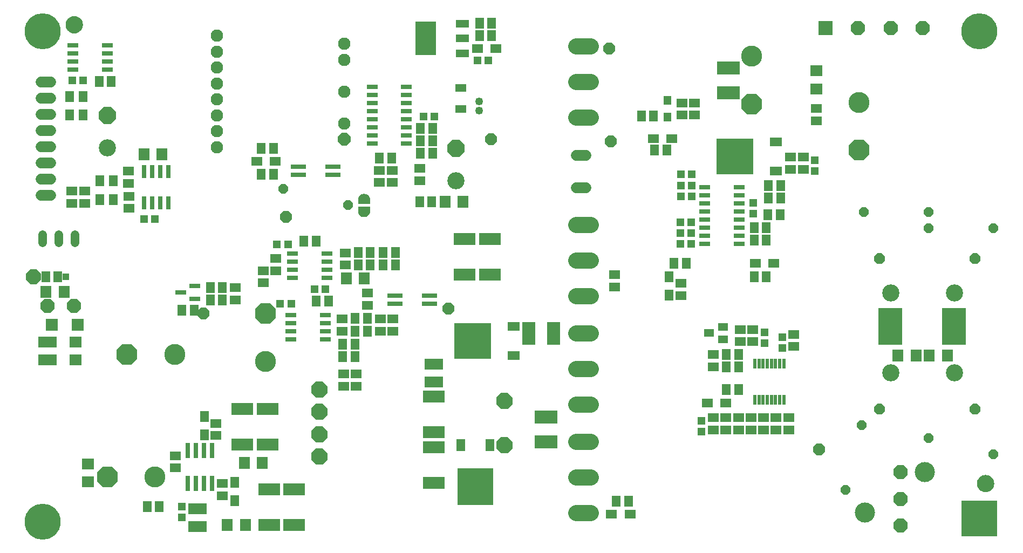
<source format=gbs>
G75*
G70*
%OFA0B0*%
%FSLAX24Y24*%
%IPPOS*%
%LPD*%
%AMOC8*
5,1,8,0,0,1.08239X$1,22.5*
%
%ADD10C,0.1060*%
%ADD11OC8,0.0660*%
%ADD12R,0.0690X0.0770*%
%ADD13OC8,0.0887*%
%ADD14C,0.1241*%
%ADD15OC8,0.0600*%
%ADD16R,0.1496X0.2283*%
%ADD17R,0.0887X0.0887*%
%ADD18C,0.0050*%
%ADD19R,0.0200X0.0620*%
%ADD20R,0.0454X0.0493*%
%ADD21R,0.0651X0.0572*%
%ADD22R,0.2304X0.2225*%
%ADD23R,0.0729X0.0572*%
%ADD24R,0.0493X0.0454*%
%ADD25C,0.0990*%
%ADD26R,0.0572X0.0651*%
%ADD27R,0.0651X0.0532*%
%ADD28C,0.0660*%
%ADD29R,0.1320X0.0769*%
%ADD30R,0.0770X0.0690*%
%ADD31R,0.2225X0.2304*%
%ADD32R,0.0572X0.0729*%
%ADD33R,0.0670X0.0300*%
%ADD34R,0.0532X0.0651*%
%ADD35R,0.0808X0.1399*%
%ADD36R,0.0690X0.0769*%
%ADD37R,0.0769X0.0690*%
%ADD38R,0.1123X0.0690*%
%ADD39R,0.0926X0.0296*%
%ADD40C,0.1296*%
%ADD41OC8,0.1296*%
%ADD42R,0.1399X0.0808*%
%ADD43OC8,0.0920*%
%ADD44R,0.0414X0.0414*%
%ADD45OC8,0.0710*%
%ADD46R,0.0670X0.0296*%
%ADD47R,0.0280X0.0840*%
%ADD48R,0.0810X0.0510*%
%ADD49R,0.1310X0.2060*%
%ADD50OC8,0.1060*%
%ADD51C,0.0769*%
%ADD52OC8,0.0769*%
%ADD53R,0.0651X0.0454*%
%ADD54OC8,0.0990*%
%ADD55R,0.0611X0.0454*%
%ADD56R,0.0454X0.0532*%
%ADD57C,0.0010*%
%ADD58R,0.0296X0.0926*%
%ADD59C,0.0540*%
%ADD60R,0.0660X0.0280*%
%ADD61R,0.0769X0.0729*%
%ADD62C,0.0493*%
%ADD63R,0.2225X0.2225*%
%ADD64C,0.2225*%
D10*
X029462Y024125D03*
X007937Y026175D03*
X056319Y017186D03*
X060256Y017186D03*
X060256Y012264D03*
X056319Y012264D03*
D11*
X055612Y010050D03*
X061512Y010050D03*
X061512Y019350D03*
X055612Y019350D03*
D12*
X056753Y013350D03*
X057872Y013350D03*
X058703Y013350D03*
X059822Y013350D03*
X029897Y022825D03*
X028778Y022825D03*
D13*
X005864Y016400D03*
X004211Y016400D03*
X054285Y033567D03*
X056335Y033567D03*
X058285Y033567D03*
X056912Y006129D03*
X056912Y004475D03*
X056912Y002821D03*
D14*
X054727Y003648D03*
X058428Y006129D03*
D15*
X058662Y008225D03*
X062662Y007225D03*
X054512Y009025D03*
X053512Y005025D03*
X058662Y021200D03*
X058662Y022200D03*
X062662Y021200D03*
X054662Y022200D03*
X022787Y022625D03*
X018787Y023625D03*
D16*
X056287Y015150D03*
X060237Y015150D03*
D17*
X052285Y033567D03*
D18*
X006374Y033771D02*
X006367Y033684D01*
X006344Y033600D01*
X006307Y033521D01*
X006257Y033449D01*
X006196Y033388D01*
X006124Y033338D01*
X006045Y033301D01*
X005961Y033278D01*
X005874Y033271D01*
X005787Y033278D01*
X005703Y033301D01*
X005624Y033338D01*
X005553Y033388D01*
X005491Y033449D01*
X005441Y033521D01*
X005404Y033600D01*
X005382Y033684D01*
X005374Y033771D01*
X005382Y033858D01*
X005404Y033942D01*
X005441Y034021D01*
X005491Y034092D01*
X005553Y034154D01*
X005624Y034204D01*
X005703Y034241D01*
X005787Y034263D01*
X005874Y034271D01*
X005961Y034263D01*
X006045Y034241D01*
X006124Y034204D01*
X006196Y034154D01*
X006257Y034092D01*
X006307Y034021D01*
X006344Y033942D01*
X006367Y033858D01*
X006374Y033771D01*
X006374Y033777D02*
X005375Y033777D01*
X005378Y033729D02*
X006371Y033729D01*
X006366Y033680D02*
X005383Y033680D01*
X005396Y033632D02*
X006353Y033632D01*
X006336Y033583D02*
X005412Y033583D01*
X005435Y033535D02*
X006314Y033535D01*
X006283Y033486D02*
X005466Y033486D01*
X005503Y033438D02*
X006245Y033438D01*
X006197Y033389D02*
X005552Y033389D01*
X005620Y033341D02*
X006128Y033341D01*
X006012Y033292D02*
X005736Y033292D01*
X005379Y033826D02*
X006369Y033826D01*
X006362Y033874D02*
X005386Y033874D01*
X005399Y033923D02*
X006349Y033923D01*
X006330Y033971D02*
X005418Y033971D01*
X005441Y034020D02*
X006308Y034020D01*
X006274Y034068D02*
X005474Y034068D01*
X005516Y034117D02*
X006233Y034117D01*
X006180Y034165D02*
X005569Y034165D01*
X005645Y034214D02*
X006103Y034214D01*
X005965Y034262D02*
X005783Y034262D01*
X061740Y005674D02*
X061790Y005746D01*
X061852Y005807D01*
X061923Y005857D01*
X062002Y005894D01*
X062087Y005917D01*
X062173Y005924D01*
X062260Y005917D01*
X062345Y005894D01*
X062423Y005857D01*
X062495Y005807D01*
X062557Y005746D01*
X062607Y005674D01*
X062643Y005595D01*
X062666Y005511D01*
X062673Y005424D01*
X062666Y005338D01*
X062643Y005253D01*
X062607Y005174D01*
X062557Y005103D01*
X062495Y005041D01*
X062423Y004991D01*
X062345Y004955D01*
X062260Y004932D01*
X062173Y004924D01*
X062087Y004932D01*
X062002Y004955D01*
X061923Y004991D01*
X061852Y005041D01*
X061790Y005103D01*
X061740Y005174D01*
X061704Y005253D01*
X061681Y005338D01*
X061673Y005424D01*
X061681Y005511D01*
X061704Y005595D01*
X061740Y005674D01*
X061755Y005696D02*
X062592Y005696D01*
X062619Y005647D02*
X061728Y005647D01*
X061705Y005599D02*
X062642Y005599D01*
X062655Y005550D02*
X061691Y005550D01*
X061680Y005502D02*
X062667Y005502D01*
X062671Y005453D02*
X061676Y005453D01*
X061675Y005405D02*
X062672Y005405D01*
X062668Y005356D02*
X061679Y005356D01*
X061689Y005308D02*
X062658Y005308D01*
X062645Y005259D02*
X061702Y005259D01*
X061724Y005211D02*
X062623Y005211D01*
X062598Y005162D02*
X061749Y005162D01*
X061783Y005114D02*
X062564Y005114D01*
X062519Y005065D02*
X061828Y005065D01*
X061888Y005017D02*
X062459Y005017D01*
X062373Y004968D02*
X061974Y004968D01*
X061789Y005744D02*
X062558Y005744D01*
X062510Y005793D02*
X061837Y005793D01*
X061900Y005841D02*
X062447Y005841D01*
X062355Y005890D02*
X061992Y005890D01*
D19*
X049708Y010605D03*
X049452Y010605D03*
X049196Y010605D03*
X048940Y010605D03*
X048685Y010605D03*
X048429Y010605D03*
X048173Y010605D03*
X047917Y010605D03*
X047917Y012845D03*
X048173Y012845D03*
X048429Y012845D03*
X048685Y012845D03*
X048940Y012845D03*
X049196Y012845D03*
X049452Y012845D03*
X049708Y012845D03*
D20*
X049612Y013790D03*
X049612Y014460D03*
X048512Y014760D03*
X048512Y014090D03*
X044637Y009310D03*
X044637Y008640D03*
X047812Y022115D03*
X047812Y022785D03*
X051637Y024740D03*
X051637Y025410D03*
X012512Y004010D03*
X012512Y003340D03*
D21*
X015012Y004676D03*
X015012Y005424D03*
X012137Y006401D03*
X012137Y007149D03*
X014637Y008401D03*
X014637Y009149D03*
X022512Y011451D03*
X023287Y011451D03*
X023287Y012199D03*
X022512Y012199D03*
X022437Y014851D03*
X022437Y015599D03*
X023987Y016451D03*
X023987Y017199D03*
X024787Y015599D03*
X025562Y015599D03*
X025562Y014851D03*
X024787Y014851D03*
X018337Y018576D03*
X017562Y018574D03*
X017562Y017826D03*
X015837Y017524D03*
X015837Y016776D03*
X018337Y019324D03*
X022637Y019674D03*
X022637Y018926D03*
X024737Y024026D03*
X025512Y024026D03*
X025512Y024774D03*
X024737Y024774D03*
X027212Y024899D03*
X027212Y024151D03*
X039262Y018324D03*
X039262Y017576D03*
X043362Y017799D03*
X043362Y017051D03*
X047012Y014949D03*
X047787Y014949D03*
X047787Y014201D03*
X047012Y014201D03*
X045362Y013399D03*
X045362Y012651D03*
X050337Y013901D03*
X050337Y014649D03*
X050012Y009499D03*
X050012Y008751D03*
X049237Y008751D03*
X049237Y009499D03*
X048462Y009499D03*
X048462Y008751D03*
X047687Y008751D03*
X047687Y009499D03*
X046912Y009499D03*
X046912Y008751D03*
X046137Y008751D03*
X046137Y009499D03*
X045362Y009499D03*
X045362Y008751D03*
X050137Y024851D03*
X050912Y024851D03*
X050912Y025599D03*
X050137Y025599D03*
X051737Y027851D03*
X051737Y028599D03*
X044187Y028949D03*
X043412Y028949D03*
X043412Y028201D03*
X044187Y028201D03*
X009237Y024724D03*
X009237Y023976D03*
X009262Y023174D03*
X009262Y022426D03*
X006512Y022751D03*
X005737Y022751D03*
X005737Y023499D03*
X006512Y023499D03*
D22*
X030488Y014250D03*
X046688Y025650D03*
D23*
X049224Y024750D03*
X049224Y026550D03*
X033024Y015150D03*
X033024Y013350D03*
D24*
X021397Y017425D03*
X020728Y017425D03*
X019272Y016525D03*
X018603Y016525D03*
X018403Y020200D03*
X019072Y020200D03*
X010847Y021775D03*
X010178Y021775D03*
X006422Y030325D03*
X005753Y030325D03*
X027453Y028100D03*
X028122Y028100D03*
X030778Y031575D03*
X031447Y031575D03*
X043353Y024525D03*
X044022Y024525D03*
X044022Y023850D03*
X043353Y023850D03*
X043353Y023175D03*
X044022Y023175D03*
X043997Y021575D03*
X043328Y021575D03*
X043328Y020900D03*
X043997Y020900D03*
X043997Y020225D03*
X043328Y020225D03*
D25*
X037804Y019204D02*
X036874Y019204D01*
X036874Y021404D02*
X037804Y021404D01*
X037804Y017004D02*
X036874Y017004D01*
X036874Y014711D02*
X037804Y014711D01*
X037804Y012511D02*
X036874Y012511D01*
X036874Y010311D02*
X037804Y010311D01*
X037804Y008018D02*
X036874Y008018D01*
X036874Y005818D02*
X037804Y005818D01*
X037804Y003618D02*
X036874Y003618D01*
X036874Y028028D02*
X037804Y028028D01*
X037804Y030228D02*
X036874Y030228D01*
X036874Y032428D02*
X037804Y032428D01*
D26*
X031661Y033100D03*
X030913Y033100D03*
X030913Y033875D03*
X031661Y033875D03*
X040913Y028125D03*
X041661Y028125D03*
X041738Y026025D03*
X042486Y026025D03*
X048763Y023850D03*
X049511Y023850D03*
X049511Y023075D03*
X048763Y023075D03*
X048738Y022025D03*
X049486Y022025D03*
X048636Y021250D03*
X047888Y021250D03*
X047888Y020475D03*
X048636Y020475D03*
X048636Y018200D03*
X047888Y018200D03*
X043686Y019050D03*
X042938Y019050D03*
X046163Y013400D03*
X046911Y013400D03*
X046911Y012625D03*
X046163Y012625D03*
X046163Y011250D03*
X046911Y011250D03*
X040111Y004350D03*
X039363Y004350D03*
X023211Y013275D03*
X022463Y013275D03*
X022463Y014050D03*
X023211Y014050D03*
X023238Y014825D03*
X023986Y014825D03*
X023986Y015625D03*
X023238Y015625D03*
X021586Y016700D03*
X020838Y016700D03*
X023413Y018925D03*
X024161Y018925D03*
X024963Y018925D03*
X025711Y018925D03*
X025711Y019700D03*
X024963Y019700D03*
X024161Y019700D03*
X023413Y019700D03*
X020811Y020400D03*
X020063Y020400D03*
X015036Y017550D03*
X014288Y017550D03*
X014288Y016775D03*
X015036Y016775D03*
X013286Y016150D03*
X012538Y016150D03*
X004861Y018200D03*
X004113Y018200D03*
X017438Y024550D03*
X018186Y024550D03*
X018186Y026125D03*
X017438Y026125D03*
X024738Y025550D03*
X025486Y025550D03*
X027263Y025825D03*
X028011Y025825D03*
X028011Y026600D03*
X027263Y026600D03*
X027263Y027375D03*
X028011Y027375D03*
X027961Y022850D03*
X027213Y022850D03*
X008161Y030275D03*
X007413Y030275D03*
X010388Y004000D03*
X011136Y004000D03*
D27*
X039067Y003525D03*
X040208Y003525D03*
X044992Y010400D03*
X046133Y010400D03*
X047942Y019025D03*
X049083Y019025D03*
X042783Y026750D03*
X041642Y026750D03*
X031933Y032300D03*
X030792Y032300D03*
X018283Y025325D03*
X017142Y025325D03*
D28*
X004437Y025225D02*
X003837Y025225D01*
X003837Y026225D02*
X004437Y026225D01*
X004437Y027225D02*
X003837Y027225D01*
X003837Y028225D02*
X004437Y028225D01*
X004437Y029225D02*
X003837Y029225D01*
X003837Y030225D02*
X004437Y030225D01*
X004437Y024225D02*
X003837Y024225D01*
X003837Y023225D02*
X004437Y023225D01*
X036889Y023716D02*
X037489Y023716D01*
X037489Y025716D02*
X036889Y025716D01*
D29*
X031562Y020527D03*
X029987Y020527D03*
X029987Y018323D03*
X031562Y018323D03*
X028087Y010802D03*
X028087Y008598D03*
X028087Y007677D03*
X028087Y005473D03*
X019462Y005077D03*
X017912Y005077D03*
X017912Y002873D03*
X019462Y002873D03*
X017812Y007848D03*
X016262Y007848D03*
X016262Y010052D03*
X017812Y010052D03*
D30*
X051737Y029815D03*
X051737Y030935D03*
D31*
X030662Y005251D03*
D32*
X029763Y007786D03*
X031562Y007786D03*
D33*
X044827Y020225D03*
X044827Y020725D03*
X044827Y021225D03*
X044827Y021725D03*
X044827Y022225D03*
X044827Y022725D03*
X044827Y023225D03*
X044827Y023725D03*
X046947Y023725D03*
X046947Y023225D03*
X046947Y022725D03*
X046947Y022225D03*
X046947Y021725D03*
X046947Y021225D03*
X046947Y020725D03*
X046947Y020225D03*
X026397Y026425D03*
X026397Y026925D03*
X026397Y027425D03*
X026397Y027925D03*
X026397Y028425D03*
X026397Y028925D03*
X026397Y029425D03*
X026397Y029925D03*
X024277Y029925D03*
X024277Y029425D03*
X024277Y028925D03*
X024277Y028425D03*
X024277Y027925D03*
X024277Y027425D03*
X024277Y026925D03*
X024277Y026425D03*
D34*
X008287Y024121D03*
X007462Y024121D03*
X007462Y022979D03*
X008287Y022979D03*
X006437Y028204D03*
X005587Y028204D03*
X005587Y029346D03*
X006437Y029346D03*
X013912Y009571D03*
X013912Y008429D03*
X015787Y005496D03*
X015787Y004354D03*
X042612Y017054D03*
X042612Y018196D03*
D35*
X035480Y014700D03*
X033945Y014700D03*
D36*
X023789Y018100D03*
X022686Y018100D03*
X011289Y025775D03*
X010186Y025775D03*
X005239Y017275D03*
X004136Y017275D03*
X016386Y006700D03*
X017489Y006700D03*
X016439Y002875D03*
X015336Y002875D03*
D37*
X006737Y005549D03*
X006737Y006651D03*
X005962Y013074D03*
X005962Y014176D03*
D38*
X004237Y014176D03*
X004237Y013074D03*
X013487Y003876D03*
X013487Y002774D03*
X028087Y011699D03*
X028087Y012801D03*
D39*
X027825Y016525D03*
X027825Y017025D03*
X025699Y017025D03*
X025699Y016525D03*
X021850Y024500D03*
X021850Y025000D03*
X019724Y025000D03*
X019724Y024500D03*
D40*
X012089Y013400D03*
X017687Y012974D03*
X010864Y005850D03*
X054362Y028976D03*
X047737Y031826D03*
D41*
X047737Y028874D03*
X054362Y026024D03*
X017687Y015926D03*
X009136Y013400D03*
X007911Y005850D03*
D42*
X035012Y008007D03*
X035012Y009543D03*
X046287Y029582D03*
X046287Y031118D03*
D43*
X003362Y018200D03*
D44*
X005362Y018200D03*
D45*
X013862Y015950D03*
X018962Y021900D03*
X028987Y016250D03*
X039012Y026575D03*
X031612Y026700D03*
X038912Y032300D03*
X051887Y007525D03*
D46*
X021375Y014348D03*
X021375Y014848D03*
X021375Y015348D03*
X021375Y015848D03*
X019249Y015848D03*
X019249Y015348D03*
X019249Y014848D03*
X019249Y014348D03*
X019349Y018123D03*
X019349Y018623D03*
X019349Y019123D03*
X019349Y019623D03*
X021475Y019623D03*
X021475Y019123D03*
X021475Y018623D03*
X021475Y018123D03*
X007925Y031002D03*
X007925Y031502D03*
X007925Y032002D03*
X007925Y032502D03*
X005799Y032502D03*
X005799Y032002D03*
X005799Y031502D03*
X005799Y031002D03*
D47*
X010187Y024695D03*
X010687Y024695D03*
X011187Y024695D03*
X011687Y024695D03*
X011687Y022755D03*
X011187Y022755D03*
X010687Y022755D03*
X010187Y022755D03*
D48*
X029847Y032015D03*
X029847Y032925D03*
X029847Y033835D03*
D49*
X027577Y032925D03*
D50*
X029462Y026125D03*
X007937Y028175D03*
D51*
X014675Y028174D03*
X014675Y027189D03*
X014675Y026205D03*
X014675Y029158D03*
X014675Y030142D03*
X014675Y031126D03*
X014675Y032111D03*
X014675Y033095D03*
X022549Y032603D03*
X022549Y031619D03*
X022549Y029650D03*
X022549Y027681D03*
D52*
X022549Y026697D03*
D53*
X029762Y028585D03*
X029762Y029865D03*
D54*
X021032Y011231D03*
X021032Y009854D03*
X021032Y008476D03*
X021032Y007098D03*
X032449Y007787D03*
X032449Y010543D03*
D55*
X045079Y014725D03*
X045946Y014351D03*
X045946Y015099D03*
D56*
X042512Y028063D03*
X042512Y029087D03*
D57*
X024086Y023109D02*
X024106Y023043D01*
X024112Y022975D01*
X024112Y022725D01*
X023412Y022725D01*
X023412Y022975D01*
X023419Y023043D01*
X023439Y023109D01*
X023471Y023169D01*
X023515Y023222D01*
X023568Y023266D01*
X023629Y023298D01*
X023694Y023318D01*
X023762Y023325D01*
X023831Y023318D01*
X023896Y023298D01*
X023957Y023266D01*
X024010Y023222D01*
X024053Y023169D01*
X024086Y023109D01*
X024087Y023107D02*
X023438Y023107D01*
X023436Y023098D02*
X024089Y023098D01*
X024092Y023090D02*
X023433Y023090D01*
X023431Y023081D02*
X024094Y023081D01*
X024097Y023073D02*
X023428Y023073D01*
X023426Y023064D02*
X024099Y023064D01*
X024102Y023056D02*
X023423Y023056D01*
X023420Y023047D02*
X024105Y023047D01*
X024106Y023039D02*
X023419Y023039D01*
X023418Y023030D02*
X024107Y023030D01*
X024108Y023022D02*
X023417Y023022D01*
X023416Y023013D02*
X024109Y023013D01*
X024110Y023005D02*
X023415Y023005D01*
X023415Y022996D02*
X024110Y022996D01*
X024111Y022988D02*
X023414Y022988D01*
X023413Y022979D02*
X024112Y022979D01*
X024112Y022971D02*
X023412Y022971D01*
X023412Y022962D02*
X024112Y022962D01*
X024112Y022954D02*
X023412Y022954D01*
X023412Y022945D02*
X024112Y022945D01*
X024112Y022937D02*
X023412Y022937D01*
X023412Y022928D02*
X024112Y022928D01*
X024112Y022920D02*
X023412Y022920D01*
X023412Y022911D02*
X024112Y022911D01*
X024112Y022903D02*
X023412Y022903D01*
X023412Y022894D02*
X024112Y022894D01*
X024112Y022886D02*
X023412Y022886D01*
X023412Y022877D02*
X024112Y022877D01*
X024112Y022869D02*
X023412Y022869D01*
X023412Y022860D02*
X024112Y022860D01*
X024112Y022852D02*
X023412Y022852D01*
X023412Y022843D02*
X024112Y022843D01*
X024112Y022835D02*
X023412Y022835D01*
X023412Y022826D02*
X024112Y022826D01*
X024112Y022818D02*
X023412Y022818D01*
X023412Y022809D02*
X024112Y022809D01*
X024112Y022801D02*
X023412Y022801D01*
X023412Y022792D02*
X024112Y022792D01*
X024112Y022784D02*
X023412Y022784D01*
X023412Y022775D02*
X024112Y022775D01*
X024112Y022767D02*
X023412Y022767D01*
X023412Y022758D02*
X024112Y022758D01*
X024112Y022750D02*
X023412Y022750D01*
X023412Y022741D02*
X024112Y022741D01*
X024112Y022733D02*
X023412Y022733D01*
X023412Y022525D02*
X024112Y022525D01*
X024112Y022275D01*
X024106Y022207D01*
X024086Y022141D01*
X024053Y022081D01*
X024010Y022028D01*
X023957Y021984D01*
X023896Y021952D01*
X023831Y021932D01*
X023762Y021925D01*
X023694Y021932D01*
X023629Y021952D01*
X023568Y021984D01*
X023515Y022028D01*
X023471Y022081D01*
X023439Y022141D01*
X023419Y022207D01*
X023412Y022275D01*
X023412Y022525D01*
X023412Y022520D02*
X024112Y022520D01*
X024112Y022512D02*
X023412Y022512D01*
X023412Y022503D02*
X024112Y022503D01*
X024112Y022495D02*
X023412Y022495D01*
X023412Y022486D02*
X024112Y022486D01*
X024112Y022478D02*
X023412Y022478D01*
X023412Y022469D02*
X024112Y022469D01*
X024112Y022461D02*
X023412Y022461D01*
X023412Y022452D02*
X024112Y022452D01*
X024112Y022444D02*
X023412Y022444D01*
X023412Y022435D02*
X024112Y022435D01*
X024112Y022427D02*
X023412Y022427D01*
X023412Y022418D02*
X024112Y022418D01*
X024112Y022410D02*
X023412Y022410D01*
X023412Y022401D02*
X024112Y022401D01*
X024112Y022393D02*
X023412Y022393D01*
X023412Y022384D02*
X024112Y022384D01*
X024112Y022376D02*
X023412Y022376D01*
X023412Y022367D02*
X024112Y022367D01*
X024112Y022359D02*
X023412Y022359D01*
X023412Y022350D02*
X024112Y022350D01*
X024112Y022342D02*
X023412Y022342D01*
X023412Y022333D02*
X024112Y022333D01*
X024112Y022325D02*
X023412Y022325D01*
X023412Y022316D02*
X024112Y022316D01*
X024112Y022308D02*
X023412Y022308D01*
X023412Y022299D02*
X024112Y022299D01*
X024112Y022291D02*
X023412Y022291D01*
X023412Y022282D02*
X024112Y022282D01*
X024112Y022274D02*
X023413Y022274D01*
X023413Y022265D02*
X024111Y022265D01*
X024111Y022257D02*
X023414Y022257D01*
X023415Y022248D02*
X024110Y022248D01*
X024109Y022240D02*
X023416Y022240D01*
X023417Y022231D02*
X024108Y022231D01*
X024107Y022223D02*
X023418Y022223D01*
X023418Y022214D02*
X024106Y022214D01*
X024105Y022206D02*
X023420Y022206D01*
X023422Y022197D02*
X024103Y022197D01*
X024100Y022189D02*
X023425Y022189D01*
X023427Y022180D02*
X024098Y022180D01*
X024095Y022172D02*
X023430Y022172D01*
X023432Y022163D02*
X024093Y022163D01*
X024090Y022155D02*
X023435Y022155D01*
X023438Y022146D02*
X024087Y022146D01*
X024084Y022138D02*
X023441Y022138D01*
X023445Y022129D02*
X024079Y022129D01*
X024075Y022121D02*
X023450Y022121D01*
X023455Y022112D02*
X024070Y022112D01*
X024066Y022104D02*
X023459Y022104D01*
X023464Y022095D02*
X024061Y022095D01*
X024057Y022087D02*
X023468Y022087D01*
X023473Y022078D02*
X024051Y022078D01*
X024045Y022070D02*
X023480Y022070D01*
X023487Y022061D02*
X024038Y022061D01*
X024031Y022053D02*
X023494Y022053D01*
X023501Y022044D02*
X024024Y022044D01*
X024017Y022036D02*
X023508Y022036D01*
X023515Y022027D02*
X024009Y022027D01*
X023999Y022019D02*
X023526Y022019D01*
X023536Y022010D02*
X023989Y022010D01*
X023978Y022002D02*
X023547Y022002D01*
X023557Y021993D02*
X023968Y021993D01*
X023958Y021985D02*
X023567Y021985D01*
X023583Y021976D02*
X023942Y021976D01*
X023926Y021968D02*
X023599Y021968D01*
X023615Y021959D02*
X023910Y021959D01*
X023893Y021951D02*
X023632Y021951D01*
X023660Y021942D02*
X023865Y021942D01*
X023837Y021934D02*
X023688Y021934D01*
X023761Y021925D02*
X023764Y021925D01*
X023442Y023115D02*
X024083Y023115D01*
X024078Y023124D02*
X023447Y023124D01*
X023452Y023132D02*
X024073Y023132D01*
X024069Y023141D02*
X023456Y023141D01*
X023461Y023149D02*
X024064Y023149D01*
X024060Y023158D02*
X023465Y023158D01*
X023470Y023166D02*
X024055Y023166D01*
X024049Y023175D02*
X023476Y023175D01*
X023483Y023183D02*
X024042Y023183D01*
X024035Y023192D02*
X023490Y023192D01*
X023497Y023200D02*
X024028Y023200D01*
X024021Y023209D02*
X023504Y023209D01*
X023511Y023217D02*
X024014Y023217D01*
X024006Y023226D02*
X023519Y023226D01*
X023529Y023234D02*
X023996Y023234D01*
X023985Y023243D02*
X023540Y023243D01*
X023550Y023251D02*
X023975Y023251D01*
X023965Y023260D02*
X023560Y023260D01*
X023572Y023268D02*
X023953Y023268D01*
X023937Y023277D02*
X023588Y023277D01*
X023604Y023285D02*
X023921Y023285D01*
X023905Y023294D02*
X023620Y023294D01*
X023641Y023302D02*
X023884Y023302D01*
X023856Y023311D02*
X023669Y023311D01*
X023703Y023319D02*
X023822Y023319D01*
D58*
X014387Y007474D03*
X013887Y007474D03*
X013387Y007474D03*
X012887Y007474D03*
X012887Y005426D03*
X013387Y005426D03*
X013887Y005426D03*
X014387Y005426D03*
D59*
X005937Y020310D02*
X005937Y020790D01*
X004937Y020790D02*
X004937Y020310D01*
X003937Y020310D02*
X003937Y020790D01*
D60*
X012462Y017225D03*
X013312Y016825D03*
X013312Y017625D03*
D61*
X006095Y015225D03*
X004480Y015225D03*
D62*
X030887Y028455D03*
X030887Y029045D03*
D63*
X061780Y003259D03*
D64*
X003906Y003062D03*
X003906Y033377D03*
X061780Y033377D03*
M02*

</source>
